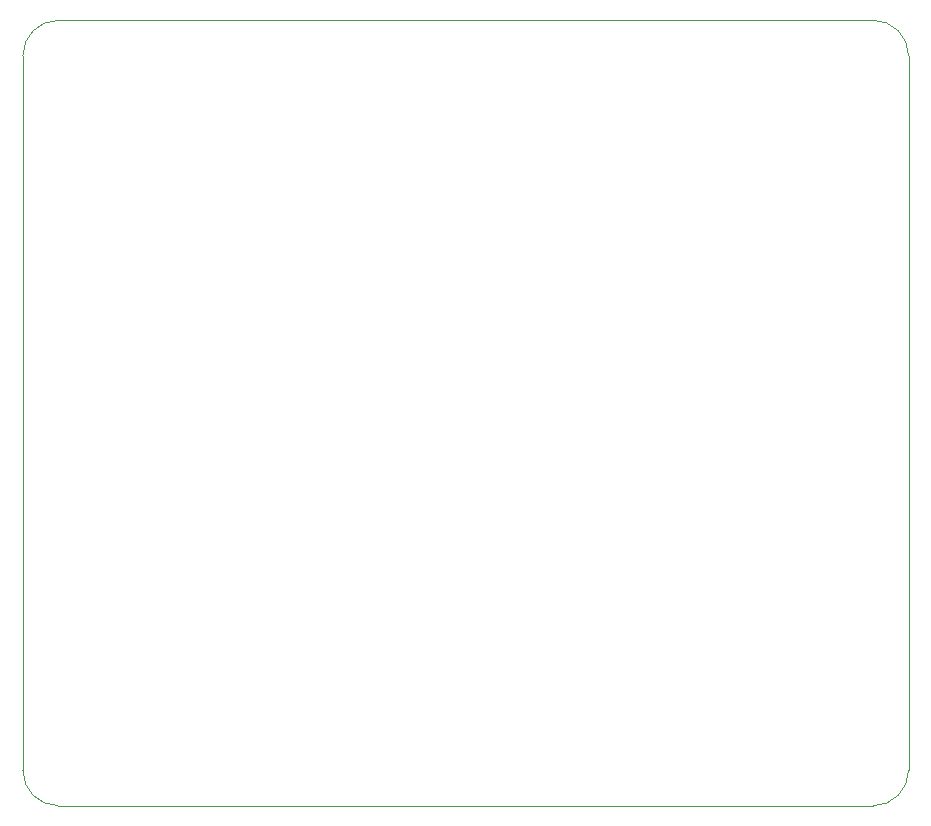
<source format=gm1>
G04 #@! TF.GenerationSoftware,KiCad,Pcbnew,(5.0.2)-1*
G04 #@! TF.CreationDate,2019-06-07T16:00:48+01:00*
G04 #@! TF.ProjectId,add_on_6-1,6164645f-6f6e-45f3-962d-312e6b696361,rev?*
G04 #@! TF.SameCoordinates,Original*
G04 #@! TF.FileFunction,Profile,NP*
%FSLAX46Y46*%
G04 Gerber Fmt 4.6, Leading zero omitted, Abs format (unit mm)*
G04 Created by KiCad (PCBNEW (5.0.2)-1) date 07/06/2019 16:00:48*
%MOMM*%
%LPD*%
G01*
G04 APERTURE LIST*
%ADD10C,0.100000*%
G04 APERTURE END LIST*
D10*
X265000000Y-147000000D02*
X265000000Y-157500000D01*
X262000000Y-160500000D02*
X193000000Y-160500000D01*
X190000000Y-157500000D02*
X190000000Y-97000000D01*
X265000000Y-97000000D02*
G75*
G03X262000000Y-94000000I-3000000J0D01*
G01*
X262000000Y-160500000D02*
G75*
G03X265000000Y-157500000I0J3000000D01*
G01*
X190000000Y-157500000D02*
G75*
G03X193000000Y-160500000I3000000J0D01*
G01*
X193000000Y-94000000D02*
G75*
G03X190000000Y-97000000I0J-3000000D01*
G01*
X193000000Y-94000000D02*
X262000000Y-94000000D01*
X265000000Y-147000000D02*
X265000000Y-97000000D01*
M02*

</source>
